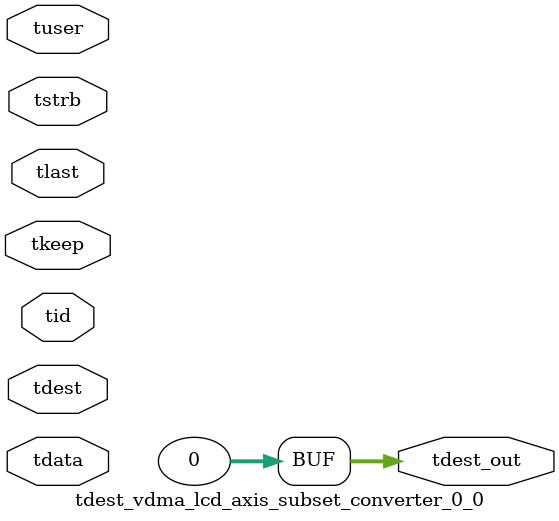
<source format=v>


`timescale 1ps/1ps

module tdest_vdma_lcd_axis_subset_converter_0_0 #
(
parameter C_S_AXIS_TDATA_WIDTH = 32,
parameter C_S_AXIS_TUSER_WIDTH = 0,
parameter C_S_AXIS_TID_WIDTH   = 0,
parameter C_S_AXIS_TDEST_WIDTH = 0,
parameter C_M_AXIS_TDEST_WIDTH = 32
)
(
input  [(C_S_AXIS_TDATA_WIDTH == 0 ? 1 : C_S_AXIS_TDATA_WIDTH)-1:0     ] tdata,
input  [(C_S_AXIS_TUSER_WIDTH == 0 ? 1 : C_S_AXIS_TUSER_WIDTH)-1:0     ] tuser,
input  [(C_S_AXIS_TID_WIDTH   == 0 ? 1 : C_S_AXIS_TID_WIDTH)-1:0       ] tid,
input  [(C_S_AXIS_TDEST_WIDTH == 0 ? 1 : C_S_AXIS_TDEST_WIDTH)-1:0     ] tdest,
input  [(C_S_AXIS_TDATA_WIDTH/8)-1:0 ] tkeep,
input  [(C_S_AXIS_TDATA_WIDTH/8)-1:0 ] tstrb,
input                                                                    tlast,
output [C_M_AXIS_TDEST_WIDTH-1:0] tdest_out
);

assign tdest_out = {1'b0};

endmodule


</source>
